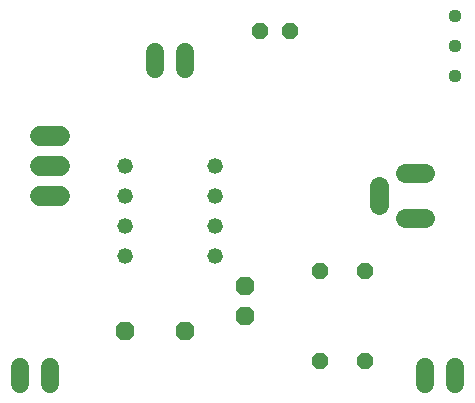
<source format=gbr>
G04 EAGLE Gerber RS-274X export*
G75*
%MOMM*%
%FSLAX34Y34*%
%LPD*%
%INTop Copper*%
%IPPOS*%
%AMOC8*
5,1,8,0,0,1.08239X$1,22.5*%
G01*
%ADD10C,1.676400*%
%ADD11P,1.732040X8X112.500000*%
%ADD12P,1.732040X8X202.500000*%
%ADD13C,1.320800*%
%ADD14C,1.508000*%
%ADD15P,1.429621X8X22.500000*%
%ADD16P,1.429621X8X112.500000*%
%ADD17P,1.429621X8X292.500000*%
%ADD18C,1.117600*%
%ADD19C,1.650000*%


D10*
X84582Y228600D02*
X67818Y228600D01*
X67818Y254000D02*
X84582Y254000D01*
X84582Y279400D02*
X67818Y279400D01*
D11*
X241300Y127000D03*
X241300Y152400D03*
D12*
X190500Y114300D03*
X139700Y114300D03*
D13*
X139700Y254000D03*
X139700Y228600D03*
X215900Y228600D03*
X215900Y254000D03*
X139700Y203200D03*
X139700Y177800D03*
X215900Y203200D03*
X215900Y177800D03*
D14*
X50800Y83740D02*
X50800Y68660D01*
X76200Y68660D02*
X76200Y83740D01*
D15*
X254000Y368300D03*
X279400Y368300D03*
D14*
X393700Y83740D02*
X393700Y68660D01*
X419100Y68660D02*
X419100Y83740D01*
D16*
X304800Y88900D03*
X304800Y165100D03*
D17*
X342900Y165100D03*
X342900Y88900D03*
D18*
X419100Y330200D03*
X419100Y355600D03*
X419100Y381000D03*
D19*
X354900Y236850D02*
X354900Y220350D01*
X376650Y209600D02*
X393150Y209600D01*
X393150Y247600D02*
X376650Y247600D01*
D14*
X165100Y335360D02*
X165100Y350440D01*
X190500Y350440D02*
X190500Y335360D01*
M02*

</source>
